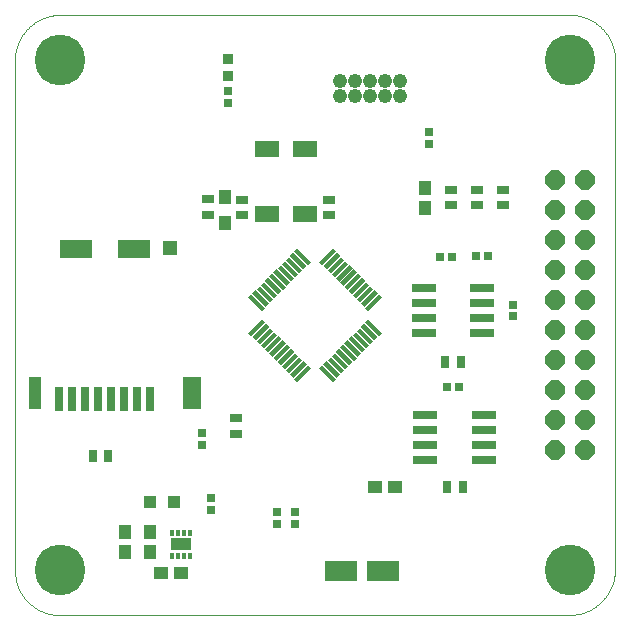
<source format=gts>
G75*
%MOIN*%
%OFA0B0*%
%FSLAX25Y25*%
%IPPOS*%
%LPD*%
%AMOC8*
5,1,8,0,0,1.08239X$1,22.5*
%
%ADD10C,0.00000*%
%ADD11R,0.03943X0.03156*%
%ADD12R,0.04337X0.05124*%
%ADD13R,0.06306X0.01502*%
%ADD14R,0.02762X0.03156*%
%ADD15R,0.03156X0.03943*%
%ADD16R,0.03156X0.02762*%
%ADD17R,0.03550X0.03550*%
%ADD18R,0.08200X0.02600*%
%ADD19C,0.04800*%
%ADD20R,0.03156X0.08274*%
%ADD21R,0.04337X0.10636*%
%ADD22R,0.06306X0.10636*%
%ADD23R,0.11030X0.05912*%
%ADD24R,0.05124X0.05124*%
%ADD25R,0.07884X0.02759*%
%ADD26R,0.01400X0.02400*%
%ADD27R,0.06699X0.03943*%
%ADD28R,0.04731X0.04337*%
%ADD29R,0.04337X0.04731*%
%ADD30R,0.04337X0.04337*%
%ADD31OC8,0.06400*%
%ADD32R,0.10584X0.06817*%
%ADD33R,0.07880X0.05518*%
%ADD34C,0.16900*%
D10*
X0015800Y0001300D02*
X0185800Y0001300D01*
X0186169Y0001298D01*
X0186537Y0001306D01*
X0186905Y0001322D01*
X0187273Y0001347D01*
X0187640Y0001381D01*
X0188006Y0001424D01*
X0188371Y0001476D01*
X0188735Y0001536D01*
X0189097Y0001605D01*
X0189457Y0001683D01*
X0189815Y0001770D01*
X0190171Y0001865D01*
X0190525Y0001969D01*
X0190876Y0002082D01*
X0191224Y0002202D01*
X0191569Y0002332D01*
X0191911Y0002469D01*
X0192250Y0002615D01*
X0192585Y0002769D01*
X0192916Y0002931D01*
X0193243Y0003101D01*
X0193566Y0003278D01*
X0193884Y0003464D01*
X0194198Y0003657D01*
X0194507Y0003858D01*
X0194811Y0004066D01*
X0195111Y0004281D01*
X0195404Y0004503D01*
X0195693Y0004733D01*
X0195975Y0004969D01*
X0196252Y0005213D01*
X0196523Y0005463D01*
X0196788Y0005719D01*
X0197047Y0005981D01*
X0197299Y0006250D01*
X0197545Y0006525D01*
X0197783Y0006806D01*
X0198015Y0007092D01*
X0198241Y0007384D01*
X0198458Y0007681D01*
X0198669Y0007984D01*
X0198872Y0008291D01*
X0199068Y0008603D01*
X0199256Y0008920D01*
X0199437Y0009242D01*
X0199610Y0009567D01*
X0199774Y0009897D01*
X0199931Y0010231D01*
X0200080Y0010568D01*
X0200220Y0010909D01*
X0200352Y0011253D01*
X0200476Y0011600D01*
X0200592Y0011950D01*
X0200699Y0012303D01*
X0200797Y0012658D01*
X0200887Y0013015D01*
X0200968Y0013375D01*
X0201040Y0013736D01*
X0201104Y0014099D01*
X0201159Y0014464D01*
X0201205Y0014829D01*
X0201242Y0015196D01*
X0201270Y0015564D01*
X0201289Y0015932D01*
X0201300Y0016300D01*
X0201300Y0186300D01*
X0201296Y0186662D01*
X0201282Y0187025D01*
X0201261Y0187387D01*
X0201230Y0187748D01*
X0201191Y0188108D01*
X0201143Y0188467D01*
X0201086Y0188825D01*
X0201021Y0189182D01*
X0200947Y0189537D01*
X0200864Y0189890D01*
X0200773Y0190241D01*
X0200674Y0190589D01*
X0200566Y0190935D01*
X0200450Y0191279D01*
X0200325Y0191619D01*
X0200193Y0191956D01*
X0200052Y0192290D01*
X0199903Y0192621D01*
X0199746Y0192948D01*
X0199582Y0193271D01*
X0199410Y0193590D01*
X0199230Y0193904D01*
X0199042Y0194215D01*
X0198847Y0194520D01*
X0198645Y0194821D01*
X0198435Y0195117D01*
X0198219Y0195407D01*
X0197995Y0195693D01*
X0197765Y0195973D01*
X0197528Y0196247D01*
X0197284Y0196515D01*
X0197034Y0196778D01*
X0196778Y0197034D01*
X0196515Y0197284D01*
X0196247Y0197528D01*
X0195973Y0197765D01*
X0195693Y0197995D01*
X0195407Y0198219D01*
X0195117Y0198435D01*
X0194821Y0198645D01*
X0194520Y0198847D01*
X0194215Y0199042D01*
X0193904Y0199230D01*
X0193590Y0199410D01*
X0193271Y0199582D01*
X0192948Y0199746D01*
X0192621Y0199903D01*
X0192290Y0200052D01*
X0191956Y0200193D01*
X0191619Y0200325D01*
X0191279Y0200450D01*
X0190935Y0200566D01*
X0190589Y0200674D01*
X0190241Y0200773D01*
X0189890Y0200864D01*
X0189537Y0200947D01*
X0189182Y0201021D01*
X0188825Y0201086D01*
X0188467Y0201143D01*
X0188108Y0201191D01*
X0187748Y0201230D01*
X0187387Y0201261D01*
X0187025Y0201282D01*
X0186662Y0201296D01*
X0186300Y0201300D01*
X0016300Y0201300D01*
X0015938Y0201296D01*
X0015575Y0201282D01*
X0015213Y0201261D01*
X0014852Y0201230D01*
X0014492Y0201191D01*
X0014133Y0201143D01*
X0013775Y0201086D01*
X0013418Y0201021D01*
X0013063Y0200947D01*
X0012710Y0200864D01*
X0012359Y0200773D01*
X0012011Y0200674D01*
X0011665Y0200566D01*
X0011321Y0200450D01*
X0010981Y0200325D01*
X0010644Y0200193D01*
X0010310Y0200052D01*
X0009979Y0199903D01*
X0009652Y0199746D01*
X0009329Y0199582D01*
X0009010Y0199410D01*
X0008696Y0199230D01*
X0008385Y0199042D01*
X0008080Y0198847D01*
X0007779Y0198645D01*
X0007483Y0198435D01*
X0007193Y0198219D01*
X0006907Y0197995D01*
X0006627Y0197765D01*
X0006353Y0197528D01*
X0006085Y0197284D01*
X0005822Y0197034D01*
X0005566Y0196778D01*
X0005316Y0196515D01*
X0005072Y0196247D01*
X0004835Y0195973D01*
X0004605Y0195693D01*
X0004381Y0195407D01*
X0004165Y0195117D01*
X0003955Y0194821D01*
X0003753Y0194520D01*
X0003558Y0194215D01*
X0003370Y0193904D01*
X0003190Y0193590D01*
X0003018Y0193271D01*
X0002854Y0192948D01*
X0002697Y0192621D01*
X0002548Y0192290D01*
X0002407Y0191956D01*
X0002275Y0191619D01*
X0002150Y0191279D01*
X0002034Y0190935D01*
X0001926Y0190589D01*
X0001827Y0190241D01*
X0001736Y0189890D01*
X0001653Y0189537D01*
X0001579Y0189182D01*
X0001514Y0188825D01*
X0001457Y0188467D01*
X0001409Y0188108D01*
X0001370Y0187748D01*
X0001339Y0187387D01*
X0001318Y0187025D01*
X0001304Y0186662D01*
X0001300Y0186300D01*
X0001300Y0016300D01*
X0001298Y0015944D01*
X0001305Y0015587D01*
X0001321Y0015231D01*
X0001345Y0014875D01*
X0001378Y0014520D01*
X0001419Y0014166D01*
X0001469Y0013813D01*
X0001527Y0013461D01*
X0001594Y0013111D01*
X0001669Y0012763D01*
X0001753Y0012416D01*
X0001845Y0012072D01*
X0001945Y0011730D01*
X0002053Y0011390D01*
X0002170Y0011053D01*
X0002295Y0010719D01*
X0002428Y0010389D01*
X0002568Y0010061D01*
X0002717Y0009737D01*
X0002873Y0009417D01*
X0003038Y0009100D01*
X0003209Y0008788D01*
X0003389Y0008480D01*
X0003575Y0008176D01*
X0003769Y0007877D01*
X0003970Y0007582D01*
X0004178Y0007293D01*
X0004393Y0007009D01*
X0004615Y0006730D01*
X0004844Y0006456D01*
X0005079Y0006188D01*
X0005320Y0005926D01*
X0005568Y0005670D01*
X0005822Y0005419D01*
X0006082Y0005175D01*
X0006348Y0004938D01*
X0006619Y0004706D01*
X0006896Y0004482D01*
X0007178Y0004264D01*
X0007465Y0004053D01*
X0007758Y0003849D01*
X0008055Y0003652D01*
X0008357Y0003463D01*
X0008663Y0003281D01*
X0008974Y0003106D01*
X0009289Y0002939D01*
X0009608Y0002779D01*
X0009930Y0002627D01*
X0010256Y0002483D01*
X0010586Y0002347D01*
X0010919Y0002219D01*
X0011254Y0002099D01*
X0011593Y0001987D01*
X0011934Y0001884D01*
X0012277Y0001789D01*
X0012623Y0001702D01*
X0012971Y0001623D01*
X0013320Y0001553D01*
X0013671Y0001491D01*
X0014024Y0001438D01*
X0014378Y0001393D01*
X0014732Y0001357D01*
X0015088Y0001329D01*
X0015444Y0001310D01*
X0015800Y0001300D01*
D11*
X0074800Y0061741D03*
X0074800Y0066859D03*
X0077100Y0134641D03*
X0077100Y0139759D03*
X0065600Y0139809D03*
X0065600Y0134691D03*
X0106000Y0134641D03*
X0106000Y0139759D03*
X0146650Y0137841D03*
X0146650Y0142959D03*
X0155300Y0142959D03*
X0155300Y0137841D03*
X0163900Y0137841D03*
X0163900Y0142959D03*
D12*
X0071350Y0140581D03*
X0071350Y0131919D03*
D13*
G36*
X0088466Y0116587D02*
X0092924Y0112129D01*
X0091862Y0111067D01*
X0087404Y0115525D01*
X0088466Y0116587D01*
G37*
G36*
X0089858Y0117979D02*
X0094316Y0113521D01*
X0093254Y0112459D01*
X0088796Y0116917D01*
X0089858Y0117979D01*
G37*
G36*
X0091250Y0119371D02*
X0095708Y0114913D01*
X0094646Y0113851D01*
X0090188Y0118309D01*
X0091250Y0119371D01*
G37*
G36*
X0092642Y0120763D02*
X0097100Y0116305D01*
X0096038Y0115243D01*
X0091580Y0119701D01*
X0092642Y0120763D01*
G37*
G36*
X0094034Y0122155D02*
X0098492Y0117697D01*
X0097430Y0116635D01*
X0092972Y0121093D01*
X0094034Y0122155D01*
G37*
G36*
X0095426Y0123547D02*
X0099884Y0119089D01*
X0098822Y0118027D01*
X0094364Y0122485D01*
X0095426Y0123547D01*
G37*
G36*
X0108236Y0122485D02*
X0103778Y0118027D01*
X0102716Y0119089D01*
X0107174Y0123547D01*
X0108236Y0122485D01*
G37*
G36*
X0109628Y0121093D02*
X0105170Y0116635D01*
X0104108Y0117697D01*
X0108566Y0122155D01*
X0109628Y0121093D01*
G37*
G36*
X0111020Y0119701D02*
X0106562Y0115243D01*
X0105500Y0116305D01*
X0109958Y0120763D01*
X0111020Y0119701D01*
G37*
G36*
X0112412Y0118309D02*
X0107954Y0113851D01*
X0106892Y0114913D01*
X0111350Y0119371D01*
X0112412Y0118309D01*
G37*
G36*
X0113804Y0116917D02*
X0109346Y0112459D01*
X0108284Y0113521D01*
X0112742Y0117979D01*
X0113804Y0116917D01*
G37*
G36*
X0115196Y0115525D02*
X0110738Y0111067D01*
X0109676Y0112129D01*
X0114134Y0116587D01*
X0115196Y0115525D01*
G37*
G36*
X0116587Y0114134D02*
X0112129Y0109676D01*
X0111067Y0110738D01*
X0115525Y0115196D01*
X0116587Y0114134D01*
G37*
G36*
X0117979Y0112742D02*
X0113521Y0108284D01*
X0112459Y0109346D01*
X0116917Y0113804D01*
X0117979Y0112742D01*
G37*
G36*
X0119371Y0111350D02*
X0114913Y0106892D01*
X0113851Y0107954D01*
X0118309Y0112412D01*
X0119371Y0111350D01*
G37*
G36*
X0120763Y0109958D02*
X0116305Y0105500D01*
X0115243Y0106562D01*
X0119701Y0111020D01*
X0120763Y0109958D01*
G37*
G36*
X0122155Y0108566D02*
X0117697Y0104108D01*
X0116635Y0105170D01*
X0121093Y0109628D01*
X0122155Y0108566D01*
G37*
G36*
X0123547Y0107174D02*
X0119089Y0102716D01*
X0118027Y0103778D01*
X0122485Y0108236D01*
X0123547Y0107174D01*
G37*
G36*
X0122485Y0094364D02*
X0118027Y0098822D01*
X0119089Y0099884D01*
X0123547Y0095426D01*
X0122485Y0094364D01*
G37*
G36*
X0121093Y0092972D02*
X0116635Y0097430D01*
X0117697Y0098492D01*
X0122155Y0094034D01*
X0121093Y0092972D01*
G37*
G36*
X0119701Y0091580D02*
X0115243Y0096038D01*
X0116305Y0097100D01*
X0120763Y0092642D01*
X0119701Y0091580D01*
G37*
G36*
X0118309Y0090188D02*
X0113851Y0094646D01*
X0114913Y0095708D01*
X0119371Y0091250D01*
X0118309Y0090188D01*
G37*
G36*
X0116917Y0088796D02*
X0112459Y0093254D01*
X0113521Y0094316D01*
X0117979Y0089858D01*
X0116917Y0088796D01*
G37*
G36*
X0115525Y0087404D02*
X0111067Y0091862D01*
X0112129Y0092924D01*
X0116587Y0088466D01*
X0115525Y0087404D01*
G37*
G36*
X0114134Y0086013D02*
X0109676Y0090471D01*
X0110738Y0091533D01*
X0115196Y0087075D01*
X0114134Y0086013D01*
G37*
G36*
X0112742Y0084621D02*
X0108284Y0089079D01*
X0109346Y0090141D01*
X0113804Y0085683D01*
X0112742Y0084621D01*
G37*
G36*
X0111350Y0083229D02*
X0106892Y0087687D01*
X0107954Y0088749D01*
X0112412Y0084291D01*
X0111350Y0083229D01*
G37*
G36*
X0109958Y0081837D02*
X0105500Y0086295D01*
X0106562Y0087357D01*
X0111020Y0082899D01*
X0109958Y0081837D01*
G37*
G36*
X0108566Y0080445D02*
X0104108Y0084903D01*
X0105170Y0085965D01*
X0109628Y0081507D01*
X0108566Y0080445D01*
G37*
G36*
X0107174Y0079053D02*
X0102716Y0083511D01*
X0103778Y0084573D01*
X0108236Y0080115D01*
X0107174Y0079053D01*
G37*
G36*
X0094364Y0080115D02*
X0098822Y0084573D01*
X0099884Y0083511D01*
X0095426Y0079053D01*
X0094364Y0080115D01*
G37*
G36*
X0092972Y0081507D02*
X0097430Y0085965D01*
X0098492Y0084903D01*
X0094034Y0080445D01*
X0092972Y0081507D01*
G37*
G36*
X0091580Y0082899D02*
X0096038Y0087357D01*
X0097100Y0086295D01*
X0092642Y0081837D01*
X0091580Y0082899D01*
G37*
G36*
X0090188Y0084291D02*
X0094646Y0088749D01*
X0095708Y0087687D01*
X0091250Y0083229D01*
X0090188Y0084291D01*
G37*
G36*
X0088796Y0085683D02*
X0093254Y0090141D01*
X0094316Y0089079D01*
X0089858Y0084621D01*
X0088796Y0085683D01*
G37*
G36*
X0087404Y0087075D02*
X0091862Y0091533D01*
X0092924Y0090471D01*
X0088466Y0086013D01*
X0087404Y0087075D01*
G37*
G36*
X0086013Y0088466D02*
X0090471Y0092924D01*
X0091533Y0091862D01*
X0087075Y0087404D01*
X0086013Y0088466D01*
G37*
G36*
X0084621Y0089858D02*
X0089079Y0094316D01*
X0090141Y0093254D01*
X0085683Y0088796D01*
X0084621Y0089858D01*
G37*
G36*
X0083229Y0091250D02*
X0087687Y0095708D01*
X0088749Y0094646D01*
X0084291Y0090188D01*
X0083229Y0091250D01*
G37*
G36*
X0081837Y0092642D02*
X0086295Y0097100D01*
X0087357Y0096038D01*
X0082899Y0091580D01*
X0081837Y0092642D01*
G37*
G36*
X0080445Y0094034D02*
X0084903Y0098492D01*
X0085965Y0097430D01*
X0081507Y0092972D01*
X0080445Y0094034D01*
G37*
G36*
X0079053Y0095426D02*
X0083511Y0099884D01*
X0084573Y0098822D01*
X0080115Y0094364D01*
X0079053Y0095426D01*
G37*
G36*
X0080115Y0108236D02*
X0084573Y0103778D01*
X0083511Y0102716D01*
X0079053Y0107174D01*
X0080115Y0108236D01*
G37*
G36*
X0081507Y0109628D02*
X0085965Y0105170D01*
X0084903Y0104108D01*
X0080445Y0108566D01*
X0081507Y0109628D01*
G37*
G36*
X0082899Y0111020D02*
X0087357Y0106562D01*
X0086295Y0105500D01*
X0081837Y0109958D01*
X0082899Y0111020D01*
G37*
G36*
X0084291Y0112412D02*
X0088749Y0107954D01*
X0087687Y0106892D01*
X0083229Y0111350D01*
X0084291Y0112412D01*
G37*
G36*
X0085683Y0113804D02*
X0090141Y0109346D01*
X0089079Y0108284D01*
X0084621Y0112742D01*
X0085683Y0113804D01*
G37*
G36*
X0087075Y0115196D02*
X0091533Y0110738D01*
X0090471Y0109676D01*
X0086013Y0114134D01*
X0087075Y0115196D01*
G37*
D14*
X0142981Y0120750D03*
X0146919Y0120750D03*
X0154931Y0120800D03*
X0158869Y0120800D03*
X0149269Y0077200D03*
X0145331Y0077200D03*
D15*
X0144741Y0085500D03*
X0149859Y0085500D03*
X0150559Y0044000D03*
X0145441Y0044000D03*
X0032459Y0054400D03*
X0027341Y0054400D03*
D16*
X0063600Y0057931D03*
X0063600Y0061869D03*
X0066700Y0040369D03*
X0066700Y0036431D03*
X0088600Y0035469D03*
X0088600Y0031531D03*
X0094500Y0031531D03*
X0094500Y0035469D03*
X0167300Y0100831D03*
X0167300Y0104769D03*
X0139300Y0158431D03*
X0139300Y0162369D03*
X0072250Y0171931D03*
X0072250Y0175869D03*
D17*
X0072250Y0180847D03*
X0072250Y0186753D03*
D18*
X0138100Y0067800D03*
X0138100Y0062800D03*
X0138100Y0057800D03*
X0138100Y0052800D03*
X0157500Y0052800D03*
X0157500Y0057800D03*
X0157500Y0062800D03*
X0157500Y0067800D03*
D19*
X0129600Y0174300D03*
X0129600Y0179300D03*
X0124600Y0179300D03*
X0124600Y0174300D03*
X0119600Y0174300D03*
X0119600Y0179300D03*
X0114600Y0179300D03*
X0114600Y0174300D03*
X0109600Y0174300D03*
X0109600Y0179300D03*
D20*
X0046398Y0073300D03*
X0042068Y0073300D03*
X0037737Y0073300D03*
X0033406Y0073300D03*
X0029076Y0073300D03*
X0024745Y0073300D03*
X0020414Y0073300D03*
X0016083Y0073300D03*
D21*
X0007816Y0075269D03*
D22*
X0060375Y0075269D03*
D23*
X0040887Y0123300D03*
X0021595Y0123300D03*
D24*
X0052894Y0123694D03*
D25*
X0137633Y0110300D03*
X0137633Y0105300D03*
X0137633Y0100300D03*
X0137633Y0095300D03*
X0156967Y0095300D03*
X0156967Y0100300D03*
X0156967Y0105300D03*
X0156967Y0110300D03*
D26*
X0059653Y0028590D03*
X0057684Y0028590D03*
X0055716Y0028590D03*
X0053747Y0028590D03*
X0053747Y0021110D03*
X0055716Y0021110D03*
X0057684Y0021110D03*
X0059653Y0021110D03*
D27*
X0056700Y0024850D03*
D28*
X0056646Y0015200D03*
X0049954Y0015200D03*
X0121154Y0044100D03*
X0127846Y0044100D03*
D29*
X0046250Y0029046D03*
X0046250Y0022354D03*
X0038100Y0022254D03*
X0038100Y0028946D03*
X0137900Y0136954D03*
X0137900Y0143646D03*
D30*
X0054137Y0039100D03*
X0046263Y0039100D03*
D31*
X0181300Y0056300D03*
X0191300Y0056300D03*
X0191300Y0066300D03*
X0181300Y0066300D03*
X0181300Y0076300D03*
X0191300Y0076300D03*
X0191300Y0086300D03*
X0181300Y0086300D03*
X0181300Y0096300D03*
X0191300Y0096300D03*
X0191300Y0106300D03*
X0181300Y0106300D03*
X0181300Y0116300D03*
X0191300Y0116300D03*
X0191300Y0126300D03*
X0181300Y0126300D03*
X0181300Y0136300D03*
X0191300Y0136300D03*
X0191300Y0146300D03*
X0181300Y0146300D03*
D32*
X0123912Y0016100D03*
X0110088Y0016100D03*
D33*
X0097899Y0134973D03*
X0085301Y0134973D03*
X0085301Y0156627D03*
X0097899Y0156627D03*
D34*
X0016300Y0186300D03*
X0186300Y0186300D03*
X0186300Y0016300D03*
X0016300Y0016300D03*
M02*

</source>
